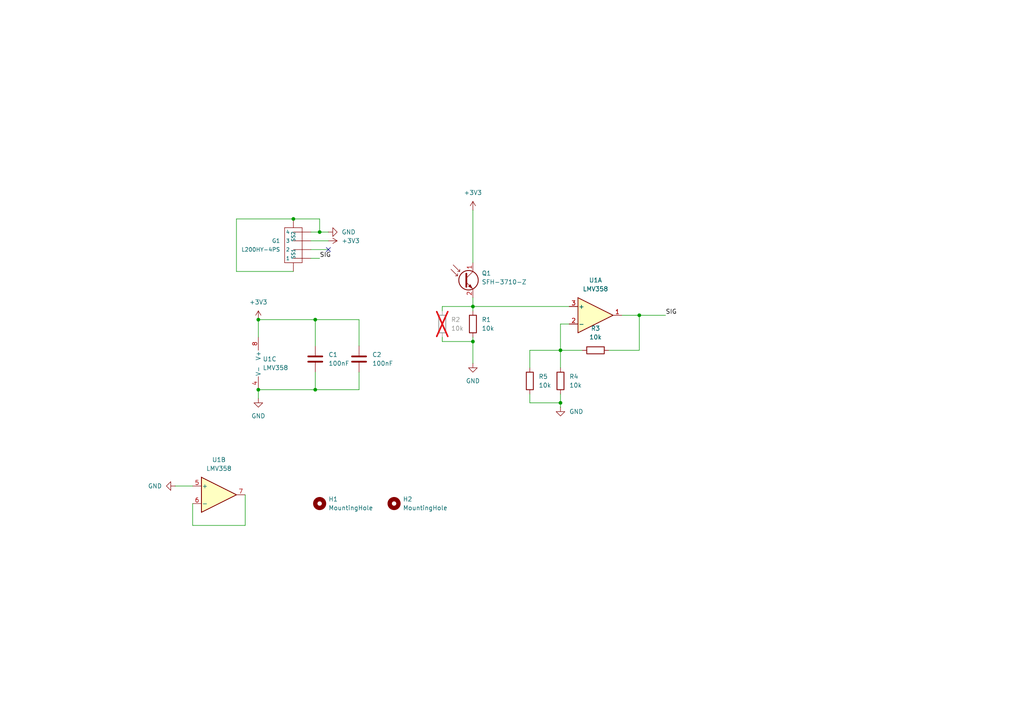
<source format=kicad_sch>
(kicad_sch (version 20250114) (generator "eeschema") (generator_version "9.0")
  (paper "A4")
  (title_block (title "ia lightsens") (date "2025-07-16") (rev "v0.1") (company "Technische Hochschule Augsburg") (comment 1 "Friedrich Beckmann"))
  (lib_symbols
    (symbol "Amplifier_Operational:LMV358" (pin_names (offset 0.127))
      (property "Reference" "U" (at 0 5.08 0))
      (property "Value" "LMV358" (at 0 -5.08 0))
      (symbol "LMV358_1_1"
        (polyline (pts (xy -5.08 5.08) (xy 5.08 0) (xy -5.08 -5.08) (xy -5.08 5.08)) (stroke (width 0.254)) (fill (type background)))
        (pin input line (at -7.62 2.54 0) (length 2.54) (name "+") (number "3"))
        (pin input line (at -7.62 -2.54 0) (length 2.54) (name "-") (number "2"))
        (pin output line (at 7.62 0 180) (length 2.54) (name "~") (number "1"))
      )
      (symbol "LMV358_2_1"
        (polyline (pts (xy -5.08 5.08) (xy 5.08 0) (xy -5.08 -5.08) (xy -5.08 5.08)) (stroke (width 0.254)) (fill (type background)))
        (pin input line (at -7.62 2.54 0) (length 2.54) (name "+") (number "5"))
        (pin input line (at -7.62 -2.54 0) (length 2.54) (name "-") (number "6"))
        (pin output line (at 7.62 0 180) (length 2.54) (name "~") (number "7"))
      )
      (symbol "LMV358_3_1"
        (pin power_in line (at -2.54 7.62 270) (length 3.81) (name "V+") (number "8"))
        (pin power_in line (at -2.54 -7.62 90) (length 3.81) (name "V-") (number "4"))
      )
    )
    (symbol "Device:C" (pin_numbers (hide yes)) (pin_names (offset 0.254))
      (property "Reference" "C" (at 0.635 2.54 0))
      (property "Value" "C" (at 0.635 -2.54 0))
      (symbol "C_0_1"
        (polyline (pts (xy -2.032 0.762) (xy 2.032 0.762)) (stroke (width 0.508)))
        (polyline (pts (xy -2.032 -0.762) (xy 2.032 -0.762)) (stroke (width 0.508)))
      )
      (symbol "C_1_1"
        (pin passive line (at 0 3.81 270) (length 2.794) (name "~") (number "1"))
        (pin passive line (at 0 -3.81 90) (length 2.794) (name "~") (number "2"))
      )
    )
    (symbol "Device:R" (pin_numbers (hide yes)) (pin_names (offset 0))
      (property "Reference" "R" (at 2.032 0 90))
      (property "Value" "R" (at 0 0 90))
      (symbol "R_0_1"
        (rectangle (start -1.016 -2.54) (end 1.016 2.54) (stroke (width 0.254)))
      )
      (symbol "R_1_1"
        (pin passive line (at 0 3.81 270) (length 1.27) (name "~") (number "1"))
        (pin passive line (at 0 -3.81 90) (length 1.27) (name "~") (number "2"))
      )
    )
    (symbol "Mechanical:MountingHole" (pin_names (offset 1.016)) (in_bom no)
      (property "Reference" "H" (at 0 5.08 0))
      (property "Value" "MountingHole" (at 0 3.175 0))
      (symbol "MountingHole_0_1"
        (circle (center 0 0) (radius 1.27) (stroke (width 1.27)))
      )
    )
    (symbol "Sensor_Optical:SFH320" (pin_names (offset 0) (hide yes))
      (property "Reference" "Q" (at 5.08 1.27 0))
      (property "Value" "SFH320" (at 5.08 -1.27 0))
      (symbol "SFH320_0_1"
        (polyline (pts (xy -3.81 3.175) (xy -1.905 1.27) (xy -1.905 1.905)))
        (polyline (pts (xy -3.175 4.445) (xy -1.27 2.54) (xy -1.27 3.175)))
        (polyline (pts (xy -1.905 1.27) (xy -2.54 1.27)))
        (polyline (pts (xy -1.27 2.54) (xy -1.905 2.54)))
        (polyline (pts (xy 0.635 1.905) (xy 0.635 -1.905)) (stroke (width 0.508)))
        (polyline (pts (xy 0.635 0.635) (xy 2.54 2.54)))
        (polyline (pts (xy 0.635 -0.635) (xy 2.54 -2.54)))
        (circle (center 1.27 0) (radius 2.8194) (stroke (width 0.254)))
        (polyline (pts (xy 1.27 -1.778) (xy 1.778 -1.27) (xy 2.286 -2.286) (xy 1.27 -1.778)) (fill (type outline)))
      )
      (symbol "SFH320_1_1"
        (pin passive line (at 2.54 5.08 270) (length 2.54) (name "C") (number "1"))
        (pin passive line (at 2.54 -5.08 90) (length 2.54) (name "E") (number "2"))
      )
    )
    (symbol "ialightsens:GROVE-CONNECTOR-SMD_4+2P-2.0_" (pin_numbers (hide yes)) (pin_names (offset 1.016))
      (property "Reference" "UART0" (at 3.81 -0.635 0))
      (property "Value" "L200HY-4PS" (at 3.81 1.2699 0))
      (symbol "GROVE-CONNECTOR-SMD_4+2P-2.0__1_0"
        (polyline (pts (xy -2.54 5.08) (xy 2.54 5.08)))
        (polyline (pts (xy -2.54 -5.08) (xy -2.54 5.08)))
        (polyline (pts (xy 2.54 5.08) (xy 2.54 -5.08)))
        (polyline (pts (xy 2.54 -5.08) (xy -2.54 -5.08)))
      )
      (symbol "GROVE-CONNECTOR-SMD_4+2P-2.0__1_1"
        (pin bidirectional line (at -5.08 3.81 0) (length 5.08) (name "1") (number "1"))
        (pin bidirectional line (at -5.08 1.27 0) (length 5.08) (name "2") (number "2"))
        (pin power_out line (at -5.08 -1.27 0) (length 5.08) (name "3") (number "3"))
        (pin power_out line (at -5.08 -3.81 0) (length 5.08) (name "4") (number "4"))
        (pin passive line (at 0 7.62 270) (length 2.54) (name "SS1") (number "5"))
        (pin passive line (at 0 -7.62 90) (length 2.54) (name "SS2") (number "6"))
      )
    )
    (symbol "power:+3V3" (power) (pin_numbers (hide yes)) (pin_names (offset 0) (hide yes))
      (property "Value" "+3V3" (at 0 3.556 0))
      (symbol "+3V3_0_1"
        (polyline (pts (xy -0.762 1.27) (xy 0 2.54)))
        (polyline (pts (xy 0 2.54) (xy 0.762 1.27)))
        (polyline (pts (xy 0 0) (xy 0 2.54)))
      )
      (symbol "+3V3_1_1"
        (pin power_in line (at 0 0 90) (length 0) (name "~") (number "1"))
      )
    )
    (symbol "power:GND" (power) (pin_numbers (hide yes)) (pin_names (offset 0) (hide yes))
      (property "Value" "GND" (at 0 -3.81 0))
      (symbol "GND_0_1"
        (polyline (pts (xy 0 0) (xy 0 -1.27) (xy 1.27 -1.27) (xy 0 -2.54) (xy -1.27 -1.27) (xy 0 -1.27)))
      )
      (symbol "GND_1_1"
        (pin power_in line (at 0 0 270) (length 0) (name "~") (number "1"))
      )
    )
  )
  (junction (at 91.44 92.71))
  (junction (at 85.09 63.5))
  (junction (at 74.93 113.03))
  (junction (at 74.93 92.71))
  (junction (at 185.42 91.44))
  (junction (at 137.16 88.9))
  (junction (at 137.16 99.06))
  (junction (at 91.44 113.03))
  (junction (at 162.56 116.84))
  (junction (at 162.56 101.6))
  (junction (at 92.71 67.31))
  (no_connect (at 95.25 72.39))
  (wire (pts (xy 137.16 97.79) (xy 137.16 99.06)))
  (wire (pts (xy 74.93 113.03) (xy 91.44 113.03)))
  (wire (pts (xy 71.12 143.51) (xy 71.12 152.4)))
  (wire (pts (xy 128.27 97.79) (xy 128.27 99.06)))
  (wire (pts (xy 90.17 69.85) (xy 95.25 69.85)))
  (wire (pts (xy 185.42 91.44) (xy 193.04 91.44)))
  (wire (pts (xy 104.14 107.95) (xy 104.14 113.03)))
  (wire (pts (xy 185.42 101.6) (xy 176.53 101.6)))
  (wire (pts (xy 153.67 114.3) (xy 153.67 116.84)))
  (wire (pts (xy 137.16 99.06) (xy 137.16 105.41)))
  (wire (pts (xy 165.1 93.98) (xy 162.56 93.98)))
  (wire (pts (xy 91.44 113.03) (xy 91.44 107.95)))
  (wire (pts (xy 162.56 114.3) (xy 162.56 116.84)))
  (wire (pts (xy 162.56 93.98) (xy 162.56 101.6)))
  (wire (pts (xy 50.8 140.97) (xy 55.88 140.97)))
  (wire (pts (xy 185.42 91.44) (xy 185.42 101.6)))
  (wire (pts (xy 128.27 90.17) (xy 128.27 88.9)))
  (wire (pts (xy 55.88 152.4) (xy 71.12 152.4)))
  (wire (pts (xy 74.93 92.71) (xy 91.44 92.71)))
  (wire (pts (xy 104.14 92.71) (xy 91.44 92.71)))
  (wire (pts (xy 90.17 67.31) (xy 92.71 67.31)))
  (wire (pts (xy 153.67 116.84) (xy 162.56 116.84)))
  (wire (pts (xy 153.67 106.68) (xy 153.67 101.6)))
  (wire (pts (xy 92.71 67.31) (xy 95.25 67.31)))
  (wire (pts (xy 137.16 88.9) (xy 137.16 90.17)))
  (wire (pts (xy 55.88 146.05) (xy 55.88 152.4)))
  (wire (pts (xy 162.56 101.6) (xy 162.56 106.68)))
  (wire (pts (xy 91.44 92.71) (xy 91.44 100.33)))
  (wire (pts (xy 68.58 63.5) (xy 85.09 63.5)))
  (wire (pts (xy 180.34 91.44) (xy 185.42 91.44)))
  (wire (pts (xy 104.14 113.03) (xy 91.44 113.03)))
  (wire (pts (xy 74.93 92.71) (xy 74.93 97.79)))
  (wire (pts (xy 162.56 116.84) (xy 162.56 118.11)))
  (wire (pts (xy 137.16 88.9) (xy 165.1 88.9)))
  (wire (pts (xy 137.16 86.36) (xy 137.16 88.9)))
  (wire (pts (xy 85.09 78.74) (xy 68.58 78.74)))
  (wire (pts (xy 128.27 99.06) (xy 137.16 99.06)))
  (wire (pts (xy 85.09 63.5) (xy 92.71 63.5)))
  (wire (pts (xy 128.27 88.9) (xy 137.16 88.9)))
  (wire (pts (xy 162.56 101.6) (xy 168.91 101.6)))
  (wire (pts (xy 68.58 78.74) (xy 68.58 63.5)))
  (wire (pts (xy 137.16 60.96) (xy 137.16 76.2)))
  (wire (pts (xy 92.71 63.5) (xy 92.71 67.31)))
  (wire (pts (xy 90.17 72.39) (xy 95.25 72.39)))
  (wire (pts (xy 104.14 100.33) (xy 104.14 92.71)))
  (wire (pts (xy 153.67 101.6) (xy 162.56 101.6)))
  (wire (pts (xy 90.17 74.93) (xy 92.71 74.93)))
  (wire (pts (xy 74.93 113.03) (xy 74.93 115.57)))
  (label "SIG" (at 92.71 74.93 0))
  (label "SIG" (at 193.04 91.44 0))
  (symbol (lib_id "Amplifier_Operational:LMV358") (at 63.5 143.51 0) (unit 2)
    (property "Reference" "U1" (at 63.5 133.35 0))
    (property "Value" "LMV358" (at 63.5 135.89 0))
    (property "Footprint" "Package_SO:SOIC-8_3.9x4.9mm_P1.27mm" (effects (hide yes)))
    (property "Datasheet" "http://www.ti.com/lit/ds/symlink/lmv324.pdf" (effects (hide yes)))
    (property "Description" "Dual Low-Voltage Rail-to-Rail Output Operational Amplifiers, SOIC-8/SSOP-8" (effects (hide yes)))
    (property "LCSC" "C63813" (effects (hide yes)))
  )
  (symbol (lib_id "Device:C") (at 104.14 104.14 0) (unit 1)
    (property "Reference" "C2" (at 107.95 102.8699 0) (effects (justify left)))
    (property "Value" "100nF" (at 107.95 105.4099 0) (effects (justify left)))
    (property "Footprint" "Capacitor_SMD:C_0603_1608Metric" (effects (hide yes)))
    (property "Description" "Unpolarized capacitor" (effects (hide yes)))
    (property "LCSC" "C14663" (effects (hide yes)))
  )
  (symbol (lib_id "Device:R") (at 162.56 110.49 0) (unit 1)
    (property "Reference" "R4" (at 165.1 109.2199 0) (effects (justify left)))
    (property "Value" "10k" (at 165.1 111.7599 0) (effects (justify left)))
    (property "Footprint" "Resistor_SMD:R_0603_1608Metric" (effects (hide yes)))
    (property "Description" "Resistor 0603" (effects (hide yes)))
    (property "LCSC" "C25804" (effects (hide yes)))
  )
  (symbol (lib_id "Device:R") (at 137.16 93.98 0) (unit 1)
    (property "Reference" "R1" (at 139.7 92.7099 0) (effects (justify left)))
    (property "Value" "10k" (at 139.7 95.2499 0) (effects (justify left)))
    (property "Footprint" "Resistor_SMD:R_0603_1608Metric" (effects (hide yes)))
    (property "Description" "Resistor 0603" (effects (hide yes)))
    (property "LCSC" "C25804" (effects (hide yes)))
  )
  (symbol (lib_id "power:GND") (at 95.25 67.31 90) (unit 1)
    (property "Reference" "#PWR04" (effects (hide yes)))
    (property "Value" "GND" (at 99.06 67.3099 90) (effects (justify right)))
    (property "Description" "Power symbol creates a global label with name \"GND\" , ground" (effects (hide yes)))
  )
  (symbol (lib_id "Device:R") (at 172.72 101.6 270) (unit 1)
    (property "Reference" "R3" (at 172.72 95.25 90))
    (property "Value" "10k" (at 172.72 97.79 90))
    (property "Footprint" "Resistor_SMD:R_0603_1608Metric" (effects (hide yes)))
    (property "Description" "Resistor 0603" (effects (hide yes)))
    (property "LCSC" "C25804" (effects (hide yes)))
  )
  (symbol (lib_id "power:GND") (at 137.16 105.41 0) (unit 1)
    (property "Reference" "#PWR03" (effects (hide yes)))
    (property "Value" "GND" (at 137.16 110.49 0))
    (property "Description" "Power symbol creates a global label with name \"GND\" , ground" (effects (hide yes)))
  )
  (symbol (lib_id "Device:C") (at 91.44 104.14 0) (unit 1)
    (property "Reference" "C1" (at 95.25 102.8699 0) (effects (justify left)))
    (property "Value" "100nF" (at 95.25 105.4099 0) (effects (justify left)))
    (property "Footprint" "Capacitor_SMD:C_0603_1608Metric" (effects (hide yes)))
    (property "Description" "Unpolarized capacitor" (effects (hide yes)))
    (property "LCSC" "C14663" (effects (hide yes)))
  )
  (symbol (lib_id "Mechanical:MountingHole") (at 114.3 146.05 0) (unit 1) (in_bom no)
    (property "Reference" "H2" (at 116.84 144.7799 0) (effects (justify left)))
    (property "Value" "MountingHole" (at 116.84 147.3199 0) (effects (justify left)))
    (property "Footprint" "MountingHole:MountingHole_2.2mm_M2_ISO7380" (effects (hide yes)))
    (property "Description" "Mounting Hole without connection" (effects (hide yes)))
  )
  (symbol (lib_id "Amplifier_Operational:LMV358") (at 77.47 105.41 0) (unit 3)
    (property "Reference" "U1" (at 76.2 104.1399 0) (effects (justify left)))
    (property "Value" "LMV358" (at 76.2 106.6799 0) (effects (justify left)))
    (property "Footprint" "Package_SO:SOIC-8_3.9x4.9mm_P1.27mm" (effects (hide yes)))
    (property "Datasheet" "http://www.ti.com/lit/ds/symlink/lmv324.pdf" (effects (hide yes)))
    (property "Description" "Dual Low-Voltage Rail-to-Rail Output Operational Amplifiers, SOIC-8/SSOP-8" (effects (hide yes)))
    (property "LCSC" "C63813" (effects (hide yes)))
  )
  (symbol (lib_id "power:+3V3") (at 137.16 60.96 0) (unit 1)
    (property "Reference" "#PWR01" (effects (hide yes)))
    (property "Value" "+3V3" (at 137.16 55.88 0))
    (property "Description" "Power symbol creates a global label with name \"+3V3\"" (effects (hide yes)))
  )
  (symbol (lib_id "Mechanical:MountingHole") (at 92.71 146.05 0) (unit 1) (in_bom no)
    (property "Reference" "H1" (at 95.25 144.7799 0) (effects (justify left)))
    (property "Value" "MountingHole" (at 95.25 147.3199 0) (effects (justify left)))
    (property "Footprint" "MountingHole:MountingHole_2.2mm_M2_ISO7380" (effects (hide yes)))
    (property "Description" "Mounting Hole without connection" (effects (hide yes)))
  )
  (symbol (lib_id "power:+3V3") (at 74.93 92.71 0) (unit 1)
    (property "Reference" "#PWR07" (effects (hide yes)))
    (property "Value" "+3V3" (at 74.93 87.63 0))
    (property "Description" "Power symbol creates a global label with name \"+3V3\"" (effects (hide yes)))
  )
  (symbol (lib_id "Device:R") (at 128.27 93.98 0) (unit 1) (dnp yes)
    (property "Reference" "R2" (at 130.81 92.7099 0) (effects (justify left)))
    (property "Value" "10k" (at 130.81 95.2499 0) (effects (justify left)))
    (property "Footprint" "Resistor_SMD:R_0603_1608Metric" (effects (hide yes)))
    (property "Description" "Resistor 0603" (effects (hide yes)))
  )
  (symbol (lib_id "Sensor_Optical:SFH320") (at 134.62 81.28 0) (unit 1)
    (property "Reference" "Q1" (at 139.7 79.2606 0) (effects (justify left)))
    (property "Value" "SFH-3710-Z" (at 139.7 81.8006 0) (effects (justify left)))
    (property "Footprint" "OptoDevice:Osram_SFH3710" (effects (hide yes)))
    (property "Datasheet" "https://look.ams-osram.com/m/14a91a7e00106d22/original/SFH-3710.pdf" (effects (hide yes)))
    (property "Description" "Silicon NPN Phototransistor, 0805" (effects (hide yes)))
    (property "LCSC" "C129152" (effects (hide yes)))
  )
  (symbol (lib_id "power:GND") (at 50.8 140.97 270) (unit 1)
    (property "Reference" "#PWR06" (effects (hide yes)))
    (property "Value" "GND" (at 46.99 140.9699 90) (effects (justify right)))
    (property "Description" "Power symbol creates a global label with name \"GND\" , ground" (effects (hide yes)))
  )
  (symbol (lib_id "Device:R") (at 153.67 110.49 0) (unit 1)
    (property "Reference" "R5" (at 156.21 109.2199 0) (effects (justify left)))
    (property "Value" "10k" (at 156.21 111.7599 0) (effects (justify left)))
    (property "Footprint" "Resistor_SMD:R_0603_1608Metric" (effects (hide yes)))
    (property "Description" "Resistor 0603" (effects (hide yes)))
    (property "LCSC" "C25804" (effects (hide yes)))
  )
  (symbol (lib_id "power:GND") (at 74.93 115.57 0) (unit 1)
    (property "Reference" "#PWR08" (effects (hide yes)))
    (property "Value" "GND" (at 74.93 120.65 0))
    (property "Description" "Power symbol creates a global label with name \"GND\" , ground" (effects (hide yes)))
  )
  (symbol (lib_id "power:+3V3") (at 95.25 69.85 270) (unit 1)
    (property "Reference" "#PWR02" (effects (hide yes)))
    (property "Value" "+3V3" (at 99.06 69.8499 90) (effects (justify left)))
    (property "Description" "Power symbol creates a global label with name \"+3V3\"" (effects (hide yes)))
  )
  (symbol (lib_id "Amplifier_Operational:LMV358") (at 172.72 91.44 0) (unit 1)
    (property "Reference" "U1" (at 172.72 81.28 0))
    (property "Value" "LMV358" (at 172.72 83.82 0))
    (property "Footprint" "Package_SO:SOIC-8_3.9x4.9mm_P1.27mm" (effects (hide yes)))
    (property "Datasheet" "http://www.ti.com/lit/ds/symlink/lmv324.pdf" (effects (hide yes)))
    (property "Description" "Dual Low-Voltage Rail-to-Rail Output Operational Amplifiers, SOIC-8/SSOP-8" (effects (hide yes)))
    (property "LCSC" "C63813" (effects (hide yes)))
  )
  (symbol (lib_id "power:GND") (at 162.56 118.11 0) (unit 1)
    (property "Reference" "#PWR05" (effects (hide yes)))
    (property "Value" "GND" (at 165.1 119.3799 0) (effects (justify left)))
    (property "Description" "Power symbol creates a global label with name \"GND\" , ground" (effects (hide yes)))
  )
  (symbol (lib_id "ialightsens:GROVE-CONNECTOR-SMD_4+2P-2.0_") (at 85.09 71.12 180) (unit 1)
    (property "Reference" "G1" (at 81.28 69.85 0) (effects (font (size 1.143 1.143)) (justify left)))
    (property "Value" "L200HY-4PS" (at 81.28 72.39 0) (effects (font (size 1.143 1.143)) (justify left)))
    (property "Footprint" "ialightsens:GROVE-HW4-SMD-2.0" (effects (hide yes)))
    (property "Datasheet" "https://jlcpcb.com/api/file/downloadByFileSystemAccessId/8590296770527342592" (effects (hide yes)))
    (property "Description" "Seeed Grove Connector SMD vertical - Dealon" (effects (hide yes)))
    (property "MPN" "L200HY-4PS" (effects (hide yes)))
    (property "LCSC" "C5140480" (effects (hide yes)))
  )
)
</source>
